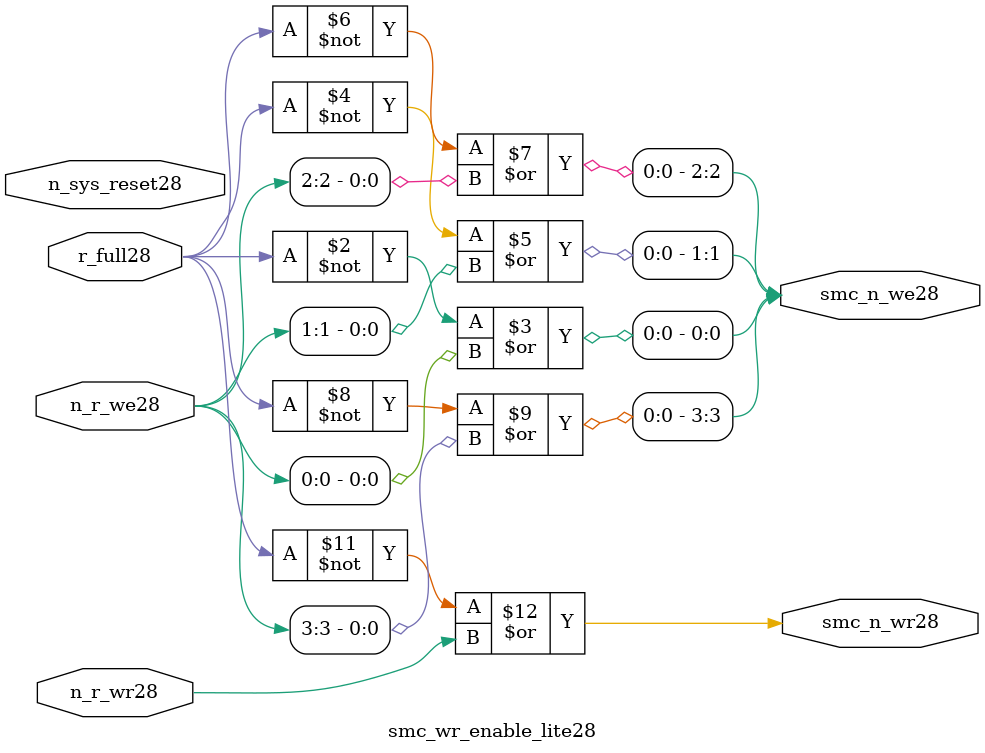
<source format=v>


  module smc_wr_enable_lite28 (

                      //inputs28                      

                      n_sys_reset28,
                      r_full28,
                      n_r_we28,
                      n_r_wr28,

                      //outputs28

                      smc_n_we28,
                      smc_n_wr28);

//I28/O28
   
   input             n_sys_reset28;   //system reset
   input             r_full28;    // Full cycle write strobe28
   input [3:0]       n_r_we28;    //write enable from smc_strobe28
   input             n_r_wr28;    //write strobe28 from smc_strobe28
   output [3:0]      smc_n_we28;  // write enable (active low28)
   output            smc_n_wr28;  // write strobe28 (active low28)
   
   
//output reg declaration28.
   
   reg [3:0]          smc_n_we28;
   reg                smc_n_wr28;

//----------------------------------------------------------------------
// negedge strobes28 with clock28.
//----------------------------------------------------------------------
      

//----------------------------------------------------------------------
      
//--------------------------------------------------------------------
// Gate28 Write strobes28 with clock28.
//--------------------------------------------------------------------

  always @(r_full28 or n_r_we28)
  
  begin
  
     smc_n_we28[0] = ((~r_full28  ) | n_r_we28[0] );

     smc_n_we28[1] = ((~r_full28  ) | n_r_we28[1] );

     smc_n_we28[2] = ((~r_full28  ) | n_r_we28[2] );

     smc_n_we28[3] = ((~r_full28  ) | n_r_we28[3] );

  
  end

//--------------------------------------------------------------------   
//write strobe28 generation28
//--------------------------------------------------------------------   

  always @(n_r_wr28 or r_full28 )
  
     begin
  
        smc_n_wr28 = ((~r_full28 ) | n_r_wr28 );
       
     end

endmodule // smc_wr_enable28


</source>
